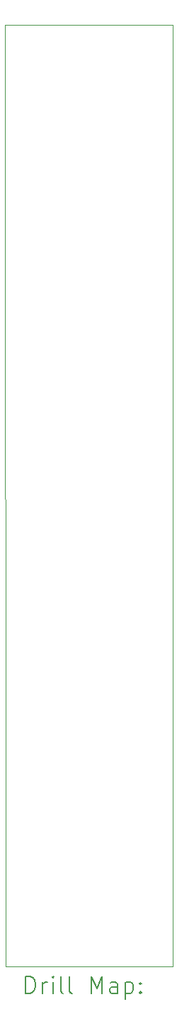
<source format=gbr>
%TF.GenerationSoftware,KiCad,Pcbnew,6.0.11+dfsg-1~bpo11+1*%
%TF.CreationDate,2023-11-22T17:04:01+08:00*%
%TF.ProjectId,MiniAttenuMix - Main,4d696e69-4174-4746-956e-754d6978202d,v0.2*%
%TF.SameCoordinates,Original*%
%TF.FileFunction,Drillmap*%
%TF.FilePolarity,Positive*%
%FSLAX45Y45*%
G04 Gerber Fmt 4.5, Leading zero omitted, Abs format (unit mm)*
G04 Created by KiCad (PCBNEW 6.0.11+dfsg-1~bpo11+1) date 2023-11-22 17:04:01*
%MOMM*%
%LPD*%
G01*
G04 APERTURE LIST*
%ADD10C,0.100000*%
%ADD11C,0.200000*%
G04 APERTURE END LIST*
D10*
X13990000Y-3800000D02*
X14000000Y-15020000D01*
X16000000Y-15020000D02*
X16000000Y-3800000D01*
X14000000Y-15020000D02*
X16000000Y-15020000D01*
X13990000Y-3800000D02*
X16000000Y-3800000D01*
D11*
X14242619Y-15335476D02*
X14242619Y-15135476D01*
X14290238Y-15135476D01*
X14318809Y-15145000D01*
X14337857Y-15164048D01*
X14347381Y-15183095D01*
X14356905Y-15221190D01*
X14356905Y-15249762D01*
X14347381Y-15287857D01*
X14337857Y-15306905D01*
X14318809Y-15325952D01*
X14290238Y-15335476D01*
X14242619Y-15335476D01*
X14442619Y-15335476D02*
X14442619Y-15202143D01*
X14442619Y-15240238D02*
X14452143Y-15221190D01*
X14461667Y-15211667D01*
X14480714Y-15202143D01*
X14499762Y-15202143D01*
X14566428Y-15335476D02*
X14566428Y-15202143D01*
X14566428Y-15135476D02*
X14556905Y-15145000D01*
X14566428Y-15154524D01*
X14575952Y-15145000D01*
X14566428Y-15135476D01*
X14566428Y-15154524D01*
X14690238Y-15335476D02*
X14671190Y-15325952D01*
X14661667Y-15306905D01*
X14661667Y-15135476D01*
X14795000Y-15335476D02*
X14775952Y-15325952D01*
X14766428Y-15306905D01*
X14766428Y-15135476D01*
X15023571Y-15335476D02*
X15023571Y-15135476D01*
X15090238Y-15278333D01*
X15156905Y-15135476D01*
X15156905Y-15335476D01*
X15337857Y-15335476D02*
X15337857Y-15230714D01*
X15328333Y-15211667D01*
X15309286Y-15202143D01*
X15271190Y-15202143D01*
X15252143Y-15211667D01*
X15337857Y-15325952D02*
X15318809Y-15335476D01*
X15271190Y-15335476D01*
X15252143Y-15325952D01*
X15242619Y-15306905D01*
X15242619Y-15287857D01*
X15252143Y-15268809D01*
X15271190Y-15259286D01*
X15318809Y-15259286D01*
X15337857Y-15249762D01*
X15433095Y-15202143D02*
X15433095Y-15402143D01*
X15433095Y-15211667D02*
X15452143Y-15202143D01*
X15490238Y-15202143D01*
X15509286Y-15211667D01*
X15518809Y-15221190D01*
X15528333Y-15240238D01*
X15528333Y-15297381D01*
X15518809Y-15316428D01*
X15509286Y-15325952D01*
X15490238Y-15335476D01*
X15452143Y-15335476D01*
X15433095Y-15325952D01*
X15614048Y-15316428D02*
X15623571Y-15325952D01*
X15614048Y-15335476D01*
X15604524Y-15325952D01*
X15614048Y-15316428D01*
X15614048Y-15335476D01*
X15614048Y-15211667D02*
X15623571Y-15221190D01*
X15614048Y-15230714D01*
X15604524Y-15221190D01*
X15614048Y-15211667D01*
X15614048Y-15230714D01*
M02*

</source>
